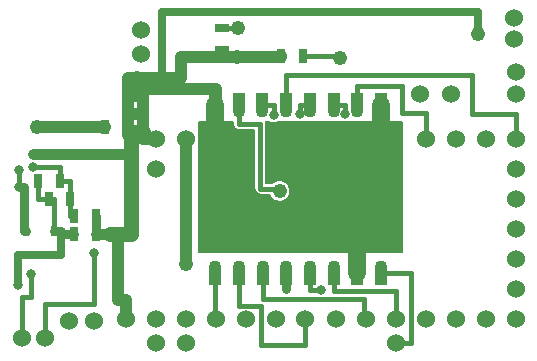
<source format=gbr>
%FSLAX23Y23*%
%MOIN*%
G04 EasyPC Gerber Version 17.0 Build 3379 *
%AMT107*0 Bullet Pad at angle 0*21,1,0.04331,0.05709,0,0,0*%
%ADD107T107*%
%ADD104R,0.02480X0.03268*%
%ADD28R,0.03150X0.04724*%
%ADD10C,0.00500*%
%ADD74C,0.01500*%
%ADD76C,0.02500*%
%ADD72C,0.03000*%
%ADD17C,0.03200*%
%ADD108C,0.03500*%
%ADD73C,0.04000*%
%ADD106C,0.04331*%
%ADD29C,0.04800*%
%ADD109C,0.05000*%
%ADD127C,0.05906*%
%ADD19C,0.06000*%
%ADD23R,0.04724X0.03150*%
%AMT105*0 Bullet Pad at angle 180*21,1,0.04331,0.05709,0,0,180*%
%ADD105T105*%
X0Y0D02*
D02*
D10*
X826Y781D02*
X714D01*
Y347*
X1388*
Y781*
X1208*
G75*
G02X1187I-10J27*
G01*
X978*
G75*
G02X945I-17J23*
G01*
X936*
G75*
G02X937Y773I-19J-7*
G01*
Y579*
X957*
G75*
G02X1018Y551I24J-27*
G01*
G75*
G02X947Y539I-37*
G01*
X917*
G75*
G02X897Y559J20*
G01*
Y753*
X846*
G75*
G02X826Y773J20*
G01*
Y781*
G36*
X714*
Y347*
X1388*
Y781*
X1208*
G75*
G02X1187I-10J27*
G01*
X978*
G75*
G02X945I-17J23*
G01*
X936*
G75*
G02X937Y773I-19J-7*
G01*
Y579*
X957*
G75*
G02X1018Y551I24J-27*
G01*
G75*
G02X947Y539I-37*
G01*
X917*
G75*
G02X897Y559J20*
G01*
Y753*
X846*
G75*
G02X826Y773J20*
G01*
Y781*
G37*
D02*
D17*
X108Y238D03*
X112Y620D03*
X113Y563D03*
X153Y273D03*
X158Y632D03*
Y673D03*
X363Y343D03*
X443Y248D03*
X961Y804D03*
X1050Y807D03*
X1120Y220D03*
X1198Y808D03*
D02*
D19*
X122Y62D03*
X200D03*
X278Y117D03*
X362Y117D03*
X468Y123D03*
X518Y1008D03*
Y1088D03*
X568Y43D03*
Y123D03*
Y623D03*
Y723D03*
X668Y43D03*
Y123D03*
Y723D03*
X768Y123D03*
X868D03*
X968D03*
X1067D03*
X1168D03*
X1268D03*
X1368Y43D03*
Y123D03*
X1448Y873D03*
X1468Y123D03*
Y723D03*
X1553Y873D03*
X1568Y123D03*
Y723D03*
X1668Y123D03*
Y723D03*
X1763Y1056D03*
Y1129D03*
X1768Y123D03*
Y223D03*
Y323D03*
Y423D03*
Y523D03*
Y623D03*
Y723D03*
Y873D03*
Y946D03*
D02*
D23*
X788Y1022D03*
Y1093D03*
D02*
D28*
X177Y583D03*
X212Y523D03*
X248Y583D03*
X283Y523D03*
X297Y407D03*
Y468D03*
X368Y407D03*
Y468D03*
X399Y764D03*
X470D03*
X987Y1002D03*
X1058D03*
D02*
D29*
X173Y763D03*
X507Y927D03*
X588Y928D03*
X668Y309D03*
X838Y998D03*
X843Y1093D03*
X981Y551D03*
X1183Y993D03*
X1643Y1073D03*
D02*
D72*
X113Y563D02*
X128D01*
Y418*
X137*
X228D02*
X253D01*
Y407*
X297*
X368Y468D02*
Y407D01*
X788Y1022D02*
Y998D01*
X838*
X1004Y225D02*
Y279D01*
X1003*
X1004Y225D03*
D02*
D73*
X173Y763D02*
X290D01*
Y764*
X399*
X416Y407D02*
X443D01*
Y248*
Y188*
X468*
Y123*
X477Y808D02*
X527D01*
X477D02*
Y868D01*
Y808D02*
Y738D01*
X527*
X477Y868D02*
X527D01*
Y877*
X477Y868D02*
Y928D01*
X588*
X527Y748D02*
Y723D01*
X568*
X527Y813D02*
Y748D01*
Y877D02*
Y813D01*
Y877D02*
Y902D01*
X507*
Y927*
X588Y928D02*
X653D01*
Y998*
X838*
X588Y928D02*
X547D01*
Y927*
X507*
X668Y723D02*
Y309D01*
X767Y837D02*
X768D01*
Y892*
X527*
Y877*
X987Y1002D02*
Y998D01*
X838*
D02*
D74*
X112Y620D02*
Y591D01*
X113*
Y563*
X153Y273D02*
Y198D01*
X122*
Y62*
X158Y632D02*
X248D01*
Y583*
X212Y523D02*
X177D01*
Y583*
X228Y418D02*
Y523D01*
X212*
X283D02*
Y583D01*
X248*
X283Y523D02*
Y468D01*
X297*
X363Y343D02*
Y173D01*
X200*
Y62*
X485Y673D02*
Y668D01*
X527Y738D02*
Y748D01*
Y808D02*
Y813D01*
X668Y309D02*
X668D01*
X767Y279D02*
Y123D01*
X768*
X788Y1093D02*
X843D01*
Y1093*
X846Y837D02*
Y773D01*
X917*
Y559*
X981*
Y551*
X846Y279D02*
Y166D01*
X918*
Y39*
X1067*
Y123*
X924Y837D02*
X961D01*
Y804*
X925Y279D02*
Y191D01*
X1263*
Y123*
X1268*
X1003Y837D02*
Y938D01*
X1623*
Y808*
X1768*
Y723*
X1058Y1002D02*
X1188D01*
Y998*
X1183Y993*
X1082Y837D02*
X1050D01*
Y807*
X1082Y279D02*
Y220D01*
X1120*
X1161Y837D02*
X1198D01*
Y808*
X1161Y279D02*
Y219D01*
X1368*
Y123*
X1239Y837D02*
Y902D01*
X1389*
Y811*
X1468*
Y723*
X1318Y635D02*
X1317D01*
X1318Y279D02*
X1418D01*
Y43*
X1368*
D02*
D76*
X253Y407D02*
Y338D01*
X108*
Y238*
X588Y928D02*
Y1148D01*
X1643*
Y1073*
D02*
D104*
X137Y418D03*
X228D03*
D02*
D105*
X767Y848D03*
D02*
D106*
Y819D03*
D02*
D105*
X846Y848D03*
D02*
D106*
Y819D03*
D02*
D105*
X924Y848D03*
D02*
D106*
Y819D03*
D02*
D105*
X1003Y848D03*
D02*
D106*
Y819D03*
D02*
D105*
X1082Y848D03*
D02*
D106*
Y819D03*
D02*
D105*
X1161Y848D03*
D02*
D106*
Y819D03*
D02*
D105*
X1239Y848D03*
D02*
D106*
Y819D03*
D02*
D105*
X1318Y848D03*
D02*
D106*
Y819D03*
D02*
D107*
X767Y269D03*
D02*
D106*
Y297D03*
D02*
D107*
X846Y269D03*
D02*
D106*
Y297D03*
D02*
D107*
X925Y269D03*
D02*
D106*
Y297D03*
D02*
D107*
X1003Y269D03*
D02*
D106*
Y297D03*
D02*
D107*
X1082Y269D03*
D02*
D106*
Y297D03*
D02*
D107*
X1161Y269D03*
D02*
D106*
Y297D03*
D02*
D107*
X1240Y269D03*
D02*
D106*
Y297D03*
D02*
D107*
X1318Y269D03*
D02*
D106*
Y297D03*
D02*
D108*
X158Y673D02*
X485D01*
X368Y407D02*
X416D01*
D02*
D109*
X485Y668D02*
Y407D01*
X416*
X527Y748D02*
X485D01*
Y668*
D02*
D127*
X767Y837D02*
Y675D01*
X766*
X1240Y279D02*
Y430D01*
X1229*
X1318Y837D02*
Y635D01*
X0Y0D02*
M02*

</source>
